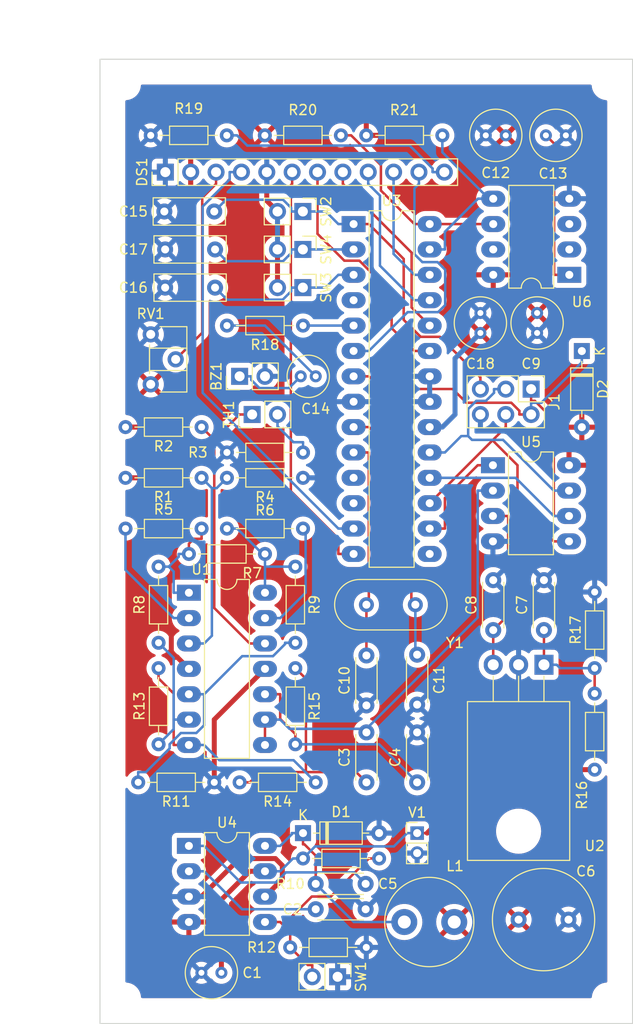
<source format=kicad_pcb>
(kicad_pcb (version 20211014) (generator pcbnew)
  (layers (0 "F.Cu" signal) (31 "B.Cu" signal) (34 "B.Paste" user) (35 "F.Paste" user) (36 "B.SilkS" user "B.Silkscreen") (37 "F.SilkS" user "F.Silkscreen") (38 "B.Mask" user) (39 "F.Mask" user) (44 "Edge.Cuts" user))
  (net 0 "")
  (net 1 "Net-(BZ1-Pad1)")
  (net 2 "GND")
  (net 3 "V_KÄYTTÖ")
  (net 4 "Net-(C2-Pad1)")
  (net 5 "Net-(C3-Pad1)")
  (net 6 "VAHVISTIN_LÄHTÖ")
  (net 7 "Net-(C4-Pad1)")
  (net 8 "Net-(C5-Pad1)")
  (net 9 "Net-(C5-Pad2)")
  (net 10 "VCC")
  (net 11 "Net-(C7-Pad1)")
  (net 12 "Net-(C8-Pad1)")
  (net 13 "XTAL_2")
  (net 14 "XTAL_1")
  (net 15 "Net-(C13-Pad2)")
  (net 16 "Net-(C14-Pad1)")
  (net 17 "RESET")
  (net 18 "SW_2")
  (net 19 "SW_1")
  (net 20 "Net-(DS1-Pad3)")
  (net 21 "LCD_RS")
  (net 22 "LCD_CL")
  (net 23 "Net-(DS1-Pad12)")
  (net 27 "LCD_D4")
  (net 28 "LCD_D5")
  (net 29 "Net-(R1-Pad1)")
  (net 30 "Net-(R2-Pad1)")
  (net 31 "Net-(R3-Pad2)")
  (net 32 "Net-(R5-Pad1)")
  (net 33 "Net-(R5-Pad2)")
  (net 34 "Net-(R6-Pad1)")
  (net 35 "Net-(R6-Pad2)")
  (net 36 "Net-(R13-Pad1)")
  (net 37 "Net-(R11-Pad2)")
  (net 38 "Net-(R10-Pad2)")
  (net 39 "Net-(R13-Pad2)")
  (net 40 "BUZZER")
  (net 42 "SPI_SS")
  (net 43 "SPI_MOSI")
  (net 44 "SPI_MISO")
  (net 45 "SPI_SCK")
  (net 47 "LCD_AN")
  (net 50 "LCD_D6")
  (net 51 "LCD_D7")
  (net 52 "I2C_SDA")
  (net 53 "I2C_SCL")
  (net 54 "ISP_VCC")
  (footprint "Connector_PinHeader_2.54mm:PinHeader_1x02_P2.54mm_Vertical" (layer "F.Cu") (at 138.1 142.64 -90)
    (fp_text reference "SW1")
    (fp_text value "SW_SPST")
  )
  (footprint "Capacitor_THT:C_Disc_D4.3mm_W1.9mm_P5.00mm" (layer "F.Cu") (at 153.685 107.94 90)
    (fp_text reference "C8")
    (fp_text value "10n" hide)
  )
  (footprint "Resistor_THT:R_Axial_DIN0204_L3.6mm_D1.6mm_P7.62mm_Horizontal" (layer "F.Cu") (at 163.845 121.91 90)
    (fp_text reference "R16")
    (fp_text value "5M" hide)
  )
  (footprint "Package_TO_SOT_THT:TO-220-3_Horizontal_TabDown" (layer "F.Cu") (at 158.765 111.41 180)
    (fp_text reference "U2")
    (fp_text value "uA7805" hide)
  )
  (footprint "Connector_PinHeader_2.54mm:PinHeader_2x03_P2.54mm_Vertical" (layer "F.Cu") (at 157.48 83.82 -90)
    (fp_text reference "J1")
    (fp_text value "AVR-ISP" hide)
  )
  (footprint "Resistor_THT:R_Axial_DIN0204_L3.6mm_D1.6mm_P7.62mm_Horizontal" (layer "F.Cu") (at 130.81 58.42)
    (fp_text reference "R20")
    (fp_text value "4.7K" hide)
  )
  (footprint "MountingHole:MountingHole_2.1mm" (layer "F.Cu") (at 116.84 53.34)
    (fp_text reference "H2" hide)
    (fp_text value "MountingHole_2.1mm" hide)
  )
  (footprint "Capacitor_THT:C_Rect_L7.0mm_W2.5mm_P5.00mm" (layer "F.Cu") (at 120.825 73.66)
    (fp_text reference "C16")
    (fp_text value "22n" hide)
  )
  (footprint "Resistor_THT:R_Axial_DIN0204_L3.6mm_D1.6mm_P7.62mm_Horizontal" (layer "F.Cu") (at 148.59 58.42 180)
    (fp_text reference "R21")
    (fp_text value "4.7K" hide)
  )
  (footprint "Resistor_THT:R_Axial_DIN0204_L3.6mm_D1.6mm_P7.62mm_Horizontal" (layer "F.Cu") (at 135.905 123.18 180)
    (fp_text reference "R14")
    (fp_text value "1M" hide)
  )
  (footprint "Resistor_THT:R_Axial_DIN0204_L3.6mm_D1.6mm_P7.62mm_Horizontal" (layer "F.Cu") (at 127.015 90.16)
    (fp_text reference "R3")
    (fp_text value "1.2k" hide)
  )
  (footprint "Capacitor_THT:C_Disc_D4.3mm_W1.9mm_P5.00mm" (layer "F.Cu") (at 158.765 107.94 90)
    (fp_text reference "C7")
    (fp_text value "10n" hide)
  )
  (footprint "Resistor_THT:R_Axial_DIN0204_L3.6mm_D1.6mm_P7.62mm_Horizontal" (layer "F.Cu") (at 119.38 58.42)
    (fp_text reference "R19")
    (fp_text value "220" hide)
  )
  (footprint "Capacitor_THT:C_Disc_D4.3mm_W1.9mm_P5.00mm" (layer "F.Cu") (at 140.985 115.48 90)
    (fp_text reference "C10")
    (fp_text value "22pF" hide)
  )
  (footprint "Capacitor_THT:C_Radial_D5.0mm_H7.0mm_P2.00mm" (layer "F.Cu") (at 124.46 142.24)
    (fp_text reference "C1")
    (fp_text value "47u" hide)
  )
  (footprint "Resistor_THT:R_Axial_DIN0204_L3.6mm_D1.6mm_P7.62mm_Horizontal" (layer "F.Cu") (at 133.865 111.75 -90)
    (fp_text reference "R15")
    (fp_text value "1M" hide)
  )
  (footprint "Resistor_THT:R_Axial_DIN0204_L3.6mm_D1.6mm_P7.62mm_Horizontal" (layer "F.Cu") (at 116.855 97.78)
    (fp_text reference "R5")
    (fp_text value "5.6k" hide)
  )
  (footprint "Connector_PinHeader_2.54mm:PinHeader_1x02_P2.54mm_Vertical" (layer "F.Cu") (at 134.62 69.84 -90)
    (fp_text reference "SW4")
    (fp_text value "SW_Push" hide)
  )
  (footprint "Resistor_THT:R_Axial_DIN0204_L3.6mm_D1.6mm_P7.62mm_Horizontal" (layer "F.Cu") (at 133.865 101.59 -90)
    (fp_text reference "R9")
    (fp_text value "8.2k" hide)
  )
  (footprint "Connector_PinHeader_2.54mm:PinHeader_1x02_P2.54mm_Vertical" (layer "F.Cu") (at 134.62 66.04 -90)
    (fp_text reference "SW2")
    (fp_text value "SW_Push" hide)
  )
  (footprint "Connector_PinHeader_2.54mm:PinHeader_1x02_P2.54mm_Vertical" (layer "F.Cu") (at 128.285 82.54 90)
    (fp_text reference "BZ1")
    (fp_text value "Buzzer" hide)
  )
  (footprint "Package_DIP:DIP-8_W7.62mm_LongPads" (layer "F.Cu") (at 123.205 129.54)
    (fp_text reference "U4")
    (fp_text value "MAX5033B" hide)
  )
  (footprint "Package_DIP:DIP-8_W7.62mm_LongPads" (layer "F.Cu") (at 161.305 72.38 180)
    (fp_text reference "U6")
    (fp_text value "47C16" hide)
  )
  (footprint "Capacitor_THT:C_Disc_D4.3mm_W1.9mm_P5.00mm" (layer "F.Cu") (at 135.905 133.34)
    (fp_text reference "C5")
    (fp_text value "100n" hide)
  )
  (footprint "MountingHole:MountingHole_2.1mm" (layer "F.Cu") (at 165.115 144.78)
    (fp_text reference "H4" hide)
    (fp_text value "MountingHole_2.1mm" hide)
  )
  (footprint "Connector_PinHeader_2.00mm:PinHeader_1x02_P2.00mm_Vertical" (layer "F.Cu") (at 146.065 128.26)
    (fp_text reference "V1")
    (fp_text value "12V" hide)
  )
  (footprint "Capacitor_THT:C_Radial_D10.0mm_H16.0mm_P5.00mm" (layer "F.Cu") (at 156.225 136.92)
    (fp_text reference "C6")
    (fp_text value "1m" hide)
  )
  (footprint "Resistor_THT:R_Axial_DIN0204_L3.6mm_D1.6mm_P7.62mm_Horizontal" (layer "F.Cu") (at 130.825 100.32 180)
    (fp_text reference "R7")
    (fp_text value "680" hide)
  )
  (footprint "Resistor_THT:R_Axial_DIN0204_L3.6mm_D1.6mm_P7.62mm_Horizontal" (layer "F.Cu") (at 124.475 87.62 180)
    (fp_text reference "R2")
    (fp_text value "3.3k" hide)
  )
  (footprint "Inductor_THT:L_Radial_D8.7mm_P5.00mm_Fastron_07HCP" (layer "F.Cu") (at 144.78 137.16)
    (fp_text reference "L1")
    (fp_text value "220u" hide)
  )
  (footprint "Capacitor_THT:C_Disc_D4.3mm_W1.9mm_P5.00mm" (layer "F.Cu") (at 146.065 110.4 -90)
    (fp_text reference "C11")
    (fp_text value "22pF" hide)
  )
  (footprint "MountingHole:MountingHole_2.1mm" (layer "F.Cu") (at 165.1 53.34)
    (fp_text reference "H1" hide)
    (fp_text value "MountingHole_2.1mm" hide)
  )
  (footprint "Capacitor_THT:C_Radial_D5.0mm_H7.0mm_P2.00mm" (layer "F.Cu") (at 154.94 58.42 180)
    (fp_text reference "C12")
    (fp_text value "22u" hide)
  )
  (footprint "MountingHole:MountingHole_2.1mm" (layer "F.Cu") (at 116.855 144.78)
    (fp_text reference "H3" hide)
    (fp_text value "MountingHole_2.1mm" hide)
  )
  (footprint "Resistor_THT:R_Axial_DIN0204_L3.6mm_D1.6mm_P7.62mm_Horizontal" (layer "F.Cu") (at 133.35 139.7)
    (fp_text reference "R12")
    (fp_text value "1k" hide)
  )
  (footprint "Resistor_THT:R_Axial_DIN0204_L3.6mm_D1.6mm_P7.62mm_Horizontal" (layer "F.Cu") (at 134.635 130.8)
    (fp_text reference "R10")
    (fp_text value "1k" hide)
  )
  (footprint "Connector_PinHeader_2.54mm:PinHeader_1x02_P2.54mm_Vertical" (layer "F.Cu") (at 134.62 73.66 -90)
    (fp_text reference "SW3")
    (fp_text value "SW_Push" hide)
  )
  (footprint "Capacitor_THT:C_Radial_D5.0mm_H7.0mm_P2.00mm" (layer "F.Cu") (at 152.4 76.2 -90)
    (fp_text reference "C18")
    (fp_text value "22u" hide)
  )
  (footprint "Resistor_THT:R_Axial_DIN0204_L3.6mm_D1.6mm_P7.62mm_Horizontal" (layer "F.Cu") (at 127.015 92.7)
    (fp_text reference "R4")
    (fp_text value "150k" hide)
  )
  (footprint "Crystal:Crystal_HC18-U_Vertical" (layer "F.Cu") (at 140.985 105.4)
    (fp_text reference "Y1")
    (fp_text value "16MHz" hide)
  )
  (footprint "Connector_PinHeader_2.54mm:PinHeader_1x02_P2.54mm_Vertical" (layer "F.Cu") (at 129.54 86.36 90)
    (fp_text reference "TH1")
    (fp_text value "PT100" hide)
  )
  (footprint "Resistor_THT:R_Axial_DIN0204_L3.6mm_D1.6mm_P7.62mm_Horizontal" (layer "F.Cu") (at 134.635 97.78 180)
    (fp_text reference "R6")
    (fp_text value "5.6k" hide)
  )
  (footprint "Resistor_THT:R_Axial_DIN0204_L3.6mm_D1.6mm_P7.62mm_Horizontal" (layer "F.Cu") (at 125.745 123.18 180)
    (fp_text reference "R11")
    (fp_text value "33k" hide)
  )
  (footprint "Resistor_THT:R_Axial_DIN0204_L3.6mm_D1.6mm_P7.62mm_Horizontal" (layer "F.Cu") (at 120.165 109.21 90)
    (fp_text reference "R8")
    (fp_text value "8.2k" hide)
  )
  (footprint "Capacitor_THT:C_Radial_D5.0mm_H7.0mm_P2.00mm" (layer "F.Cu") (at 158.08 76.2 -90)
    (fp_text reference "C9")
    (fp_text value "22u" hide)
  )
  (footprint "Package_DIP:DIP-8_W7.62mm_LongPads" (layer "F.Cu") (at 153.655 91.44)
    (fp_text reference "U5")
    (fp_text value "MCP3202" hide)
  )
  (footprint "Resistor_THT:R_Axial_DIN0204_L3.6mm_D1.6mm_P7.62mm_Horizontal" (layer "F.Cu") (at 124.475 92.7 180)
    (fp_text reference "R1")
    (fp_text value "390k" hide)
  )
  (footprint "Package_DIP:DIP-28_W7.62mm_LongPads" (layer "F.Cu") (at 139.7 67.3)
    (fp_text reference "U3")
    (fp_text value "ATmega328P" hide)
  )
  (footprint "Capacitor_THT:C_Radial_D4.0mm_H5.0mm_P1.50mm" (layer "F.Cu") (at 135.905 82.54 180)
    (fp_text reference "C14")
    (fp_text value "1u" hide)
  )
  (footprint "Capacitor_THT:C_Radial_D5.0mm_H7.0mm_P2.00mm" (layer "F.Cu") (at 160.96 58.42 180)
    (fp_text reference "C13")
    (fp_text value "22u" hide)
  )
  (footprint "Capacitor_THT:C_Rect_L7.0mm_W2.5mm_P5.00mm" (layer "F.Cu") (at 120.825 69.84)
    (fp_text reference "C17")
    (fp_text value "22n" hide)
  )
  (footprint "Potentiometer_THT:Potentiometer_ACP_CA6-H2,5_Horizontal" (layer "F.Cu") (at 119.38 78.34)
    (fp_text reference "RV1")
    (fp_text value "10k")
  )
  (footprint "Package_DIP:DIP-14_W7.62mm_LongPads" (layer "F.Cu") (at 123.205 104.2)
    (fp_text reference "U1")
    (fp_text value "LM324" hide)
  )
  (footprint "Resistor_THT:R_Axial_DIN0204_L3.6mm_D1.6mm_P7.62mm_Horizontal" (layer "F.Cu") (at 120.165 119.37 90)
    (fp_text reference "R13")
    (fp_text value "33k")
  )
  (footprint "Connector_PinHeader_2.54mm:PinHeader_1x12_P2.54mm_Vertical" (layer "F.Cu") (at 120.845 62.1 90)
    (fp_text reference "DS1")
    (fp_text value "MC21605H6W" hide)
  )
  (footprint "Capacitor_THT:C_Rect_L7.0mm_W2.5mm_P5.00mm" (layer "F.Cu") (at 120.745 66.04)
    (fp_text reference "C15")
    (fp_text value "22n" hide)
  )
  (footprint "Capacitor_THT:C_Disc_D4.3mm_W1.9mm_P5.00mm" (layer "F.Cu") (at 146.065 123.18 90)
    (fp_text reference "C4")
    (fp_text value "10n" hide)
  )
  (footprint "Diode_THT:D_DO-35_SOD27_P7.62mm_Horizontal" (layer "F.Cu") (at 162.56 80.01 -90)
    (fp_text reference "D2")
    (fp_text value "1N4148" hide)
  )
  (footprint "Capacitor_THT:C_Disc_D4.3mm_W1.9mm_P5.00mm" (layer "F.Cu") (at 135.905 135.88)
    (fp_text reference "C2")
    (fp_text value "100n" hide)
  )
  (footprint "Diode_THT:D_DO-35_SOD27_P7.62mm_Horizontal" (layer "F.Cu") (at 134.635 128.26)
    (fp_text reference "D1")
    (fp_text value "1N4148" hide)
  )
  (footprint "Resistor_THT:R_Axial_DIN0204_L3.6mm_D1.6mm_P7.62mm_Horizontal" (layer "F.Cu") (at 163.845 111.75 90)
    (fp_text reference "R17")
    (fp_text value "1M" hide)
  )
  (footprint "Resistor_THT:R_Axial_DIN0204_L3.6mm_D1.6mm_P7.62mm_Horizontal" (layer "F.Cu") (at 134.635 77.46 180)
    (fp_text reference "R18")
    (fp_text value "100")
  )
  (footprint "Capacitor_THT:C_Disc_D4.3mm_W1.9mm_P5.00mm" (layer "F.Cu") (at 140.985 123.18 90)
    (fp_text reference "C3")
    (fp_text value "20n" hide)
  )
  (gr_rect (start 114.3 50.8) (end 167.64 147.32) (layer "Edge.Cuts") (width 0.1) (fill none))
  (segment (start 128.285 82.54) (end 129.4603 82.54) (width 0.25) (layer "B.Cu") (net 1))
  (segment (start 130.2682 83.7153) (end 129.4603 82.9074) (width 0.25) (layer "B.Cu") (net 1))
  (segment (start 133.2297 83.7153) (end 130.2682 83.7153) (width 0.25) (layer "B.Cu") (net 1))
  (segment (start 129.4603 82.9074) (end 129.4603 82.54) (width 0.25) (layer "B.Cu") (net 1))
  (segment (start 134.405 82.54) (end 133.2297 83.7153) (width 0.25) (layer "B.Cu") (net 1))
  (segment (start 125.745 116.9) (end 125.745 123.18) (width 0.5) (layer "F.Cu") (net 2))
  (segment (start 131.871247 130.809418) (end 128.270582 130.809418) (width 0.5) (layer "F.Cu") (net 2))
  (segment (start 131.005 62.1) (end 131.005 64.965) (width 0.5) (layer "F.Cu") (net 2))
  (segment (start 130.825 134.62) (end 132.561838 132.883162) (width 0.5) (layer "F.Cu") (net 2))
  (segment (start 128.270582 130.809418) (end 124.46 134.62) (width 0.5) (layer "F.Cu") (net 2))
  (segment (start 132.561838 131.500009) (end 131.871247 130.809418) (width 0.5) (layer "F.Cu") (net 2))
  (segment (start 132.08 69.84) (end 132.08 73.66) (width 0.5) (layer "F.Cu") (net 2))
  (segment (start 130.825 111.82) (end 125.745 116.9) (width 0.5) (layer "F.Cu") (net 2))
  (segment (start 131.005 64.965) (end 132.08 66.04) (width 0.5) (layer "F.Cu") (net 2))
  (segment (start 132.561838 132.883162) (end 132.561838 131.500009) (width 0.5) (layer "F.Cu") (net 2))
  (segment (start 124.46 134.62) (end 123.205 134.62) (width 0.25) (layer "F.Cu") (net 2))
  (segment (start 132.08 66.04) (end 132.08 69.84) (width 0.5) (layer "B.Cu") (net 2))
  (segment (start 126.46 142.24) (end 126.46 134.9197) (width 0.5) (layer "F.Cu") (net 3))
  (segment (start 146.065 128.26) (end 147.0653 128.26) (width 0.25) (layer "F.Cu") (net 3))
  (segment (start 126.46 134.9197) (end 129.2997 132.08) (width 0.5) (layer "F.Cu") (net 3))
  (segment (start 147.0653 128.26) (end 153.4153 121.91) (width 0.5) (layer "F.Cu") (net 3))
  (segment (start 153.4153 121.91) (end 163.845 121.91) (width 0.5) (layer "F.Cu") (net 3))
  (segment (start 130.825 132.08) (end 129.2997 132.08) (width 0.5) (layer "F.Cu") (net 3))
  (segment (start 143.7351 129.5896) (end 145.0647 128.26) (width 0.25) (layer "B.Cu") (net 3))
  (segment (start 132.3503 132.08) (end 133.6303 130.8) (width 0.25) (layer "B.Cu") (net 3))
  (segment (start 135.8454 129.5896) (end 143.7351 129.5896) (width 0.25) (layer "B.Cu") (net 3))
  (segment (start 133.6303 130.8) (end 134.635 130.8) (width 0.25) (layer "B.Cu") (net 3))
  (segment (start 134.635 130.8) (end 135.8454 129.5896) (width 0.25) (layer "B.Cu") (net 3))
  (segment (start 130.825 132.08) (end 132.3503 132.08) (width 0.25) (layer "B.Cu") (net 3))
  (segment (start 146.065 128.26) (end 145.0647 128.26) (width 0.25) (layer "B.Cu") (net 3))
  (segment (start 135.905 135.88) (end 128.5303 135.88) (width 0.25) (layer "B.Cu") (net 4))
  (segment (start 128.5303 135.88) (end 124.7303 132.08) (width 0.25) (layer "B.Cu") (net 4))
  (segment (start 123.205 132.08) (end 124.7303 132.08) (width 0.25) (layer "B.Cu") (net 4))
  (segment (start 139.9597 122.1547) (end 134.9273 122.1547) (width 0.25) (layer "F.Cu") (net 5))
  (segment (start 128.285 123.18) (end 129.3103 123.18) (width 0.25) (layer "F.Cu") (net 5))
  (segment (start 133.865 111.75) (end 134.9273 112.8123) (width 0.25) (layer "F.Cu") (net 5))
  (segment (start 140.985 123.18) (end 139.9597 122.1547) (width 0.25) (layer "F.Cu") (net 5))
  (segment (start 130.3356 122.1547) (end 129.3103 123.18) (width 0.25) (layer "F.Cu") (net 5))
  (segment (start 134.9273 112.8123) (end 134.9273 122.1547) (width 0.25) (layer "F.Cu") (net 5))
  (segment (start 134.9273 122.1547) (end 130.3356 122.1547) (width 0.25) (layer "F.Cu") (net 5))
  (segment (start 130.825 116.9) (end 130.825 119.44) (width 0.25) (layer "F.Cu") (net 6))
  (segment (start 152.1297 93.98) (end 152.1297 106.6785) (width 0.25) (layer "B.Cu") (net 6))
  (segment (start 140.985 118.18) (end 140.985 117.8232) (width 0.25) (layer "B.Cu") (net 6))
  (segment (start 133.2735 117.8232) (end 132.3503 116.9) (width 0.25) (layer "B.Cu") (net 6))
  (segment (start 130.825 116.9) (end 132.3503 116.9) (width 0.25) (layer "B.Cu") (net 6))
  (segment (start 140.985 117.8232) (end 133.2735 117.8232) (width 0.25) (layer "B.Cu") (net 6))
  (segment (start 153.655 93.98) (end 152.1297 93.98) (width 0.25) (layer "B.Cu") (net 6))
  (segment (start 152.1297 106.6785) (end 140.985 117.8232) (width 0.25) (layer "B.Cu") (net 6))
  (segment (start 130.825 114.36) (end 132.3503 114.36) (width 0.25) (layer "F.Cu") (net 7))
  (segment (start 132.3503 116.83) (end 133.865 118.3447) (width 0.25) (layer "F.Cu") (net 7))
  (segment (start 132.3503 114.36) (end 132.3503 116.83) (width 0.25) (layer "F.Cu") (net 7))
  (segment (start 133.865 119.37) (end 133.865 118.3447) (width 0.25) (layer "F.Cu") (net 7))
  (segment (start 146.065 123.18) (end 142.255 119.37) (width 0.25) (layer "B.Cu") (net 7))
  (segment (start 142.255 119.37) (end 133.865 119.37) (width 0.25) (layer "B.Cu") (net 7))
  (segment (start 135.905 133.34) (end 135.905 130.5146) (width 0.25) (layer "F.Cu") (net 8))
  (segment (start 134.635 128.26) (end 134.635 129.3853) (width 0.25) (layer "F.Cu") (net 8))
  (segment (start 134.7757 129.3853) (end 134.635 129.3853) (width 0.25) (layer "F.Cu") (net 8))
  (segment (start 135.905 130.5146) (end 134.7757 129.3853) (width 0.25) (layer "F.Cu") (net 8))
  (segment (start 130.825 129.54) (end 132.3503 129.54) (width 0.25) (layer "B.Cu") (net 8))
  (segment (start 133.5097 128.3806) (end 132.3503 129.54) (width 0.25) (layer "B.Cu") (net 8))
  (segment (start 139.725 137.16) (end 135.905 133.34) (width 0.25) (layer "B.Cu") (net 8))
  (segment (start 134.635 128.26) (end 133.5097 128.26) (width 0.25) (layer "B.Cu") (net 8))
  (segment (start 133.5097 128.26) (end 133.5097 128.3806) (width 0.25) (layer "B.Cu") (net 8))
  (segment (start 144.78 137.16) (end 139.725 137.16) (width 0.25) (layer "B.Cu") (net 8))
  (segment (start 131.8999 133.2053) (end 128.3956 133.2053) (width 0.25) (layer "B.Cu") (net 9))
  (segment (start 123.205 129.54) (end 124.7303 129.54) (width 0.25) (layer "B.Cu") (net 9))
  (segment (start 132.9128 132.1924) (end 131.8999 133.2053) (width 0.25) (layer "B.Cu") (net 9))
  (segment (start 140.905 133.34) (end 139.7574 132.1924) (width 0.25) (layer "B.Cu") (net 9))
  (segment (start 139.7574 132.1924) (end 132.9128 132.1924) (width 0.25) (layer "B.Cu") (net 9))
  (segment (start 128.3956 133.2053) (end 124.7303 129.54) (width 0.25) (layer "B.Cu") (net 9))
  (segment (start 118.569499 92.693609) (end 118.563108 92.7) (width 0.25) (layer "F.Cu") (net 10))
  (segment (start 118.259232 104.719011) (end 118.259232 98.816681) (width 0.25) (layer "F.Cu") (net 10))
  (segment (start 119.406393 97.66952) (end 119.406393 93.530503) (width 0.25) (layer "F.Cu") (net 10))
  (segment (start 123.205 111.82) (end 122.038555 110.653555) (width 0.5) (layer "F.Cu") (net 10))
  (segment (start 122.038555 110.653555) (end 121.444047 110.653555) (width 0.5) (layer "F.Cu") (net 10))
  (segment (start 121.444047 110.653555) (end 121.444047 107.903826) (width 0.5) (layer "F.Cu") (net 10))
  (segment (start 121.444047 107.903826) (end 118.259232 104.719011) (width 0.25) (layer "F.Cu") (net 10))
  (segment (start 118.259232 98.816681) (end 119.406393 97.66952) (width 0.25) (layer "F.Cu") (net 10))
  (segment (start 119.406393 93.530503) (end 118.569499 92.693609) (width 0.25) (layer "F.Cu") (net 10))
  (segment (start 118.563108 92.7) (end 116.855 92.7) (width 0.25) (layer "F.Cu") (net 10))
  (segment (start 152.4 78.2) (end 149.86 80.74) (width 0.5) (layer "B.Cu") (net 10))
  (segment (start 148.6 87.62) (end 147.32 87.62) (width 0.25) (layer "B.Cu") (net 10))
  (segment (start 149.86 86.36) (end 148.6 87.62) (width 0.5) (layer "B.Cu") (net 10))
  (segment (start 149.86 80.74) (end 149.86 86.36) (width 0.5) (layer "B.Cu") (net 10))
  (segment (start 158.765 107.94) (end 158.765 111.41) (width 0.25) (layer "F.Cu") (net 11))
  (segment (start 163.845 111.75) (end 163.845 114.29) (width 0.25) (layer "F.Cu") (net 11))
  (segment (start 160.3828 111.75) (end 160.0428 111.41) (width 0.25) (layer "B.Cu") (net 11))
  (segment (start 163.845 111.75) (end 160.3828 111.75) (width 0.25) (layer "B.Cu") (net 11))
  (segment (start 158.765 111.41) (end 160.0428 111.41) (width 0.25) (layer "B.Cu") (net 11))
  (segment (start 155.1803 96.52) (end 155.1803 106.4447) (width 0.25) (layer "F.Cu") (net 12))
  (segment (start 153.685 111.41) (end 153.685 107.94) (width 0.25) (layer "F.Cu") (net 12))
  (segment (start 155.1803 106.4447) (end 153.685 107.94) (width 0.25) (layer "F.Cu") (net 12))
  (segment (start 153.655 96.52) (end 155.1803 96.52) (width 0.25) (layer "F.Cu") (net 12))
  (segment (start 139.7 90.16) (end 141.2253 90.16) (width 0.25) (layer "F.Cu") (net 13))
  (segment (start 140.985 105.4) (end 140.985 110.48) (width 0.25) (layer "F.Cu") (net 13))
  (segment (start 141.2253 105.1597) (end 140.985 105.4) (width 0.25) (layer "F.Cu") (net 13))
  (segment (start 141.2253 90.16) (end 141.2253 105.1597) (width 0.25) (layer "F.Cu") (net 13))
  (segment (start 145.4849 91.8796) (end 145.4849 104.9999) (width 0.25) (layer "F.Cu") (net 14))
  (segment (start 145.4849 104.9999) (end 145.885 105.4) (width 0.25) (layer "F.Cu") (net 14))
  (segment (start 139.7 87.62) (end 141.2253 87.62) (width 0.25) (layer "F.Cu") (net 14))
  (segment (start 141.2253 87.62) (end 145.4849 91.8796) (width 0.25) (layer "F.Cu") (net 14))
  (segment (start 146.065 110.4) (end 145.885 110.22) (width 0.25) (layer "B.Cu") (net 14))
  (segment (start 145.885 110.22) (end 145.885 105.4) (width 0.25) (layer "B.Cu") (net 14))
  (segment (start 161.305 72.38) (end 159.7797 72.38) (width 0.25) (layer "F.Cu") (net 15))
  (segment (start 159.7797 59.2397) (end 158.96 58.42) (width 0.25) (layer "F.Cu") (net 15))
  (segment (start 159.7797 72.38) (end 159.7797 59.2397) (width 0.25) (layer "F.Cu") (net 15))
  (segment (start 127.015 77.46) (end 130.825 77.46) (width 0.25) (layer "B.Cu") (net 16))
  (segment (start 130.825 77.46) (end 135.905 82.54) (width 0.25) (layer "B.Cu") (net 16))
  (segment (start 141.2253 67.3) (end 144.7182 70.7929) (width 0.25) (layer "F.Cu") (net 17))
  (segment (start 139.7 67.3) (end 141.2253 67.3) (width 0.25) (layer "F.Cu") (net 17))
  (segment (start 146.415 78.5854) (end 148.3407 78.5854) (width 0.25) (layer "F.Cu") (net 17))
  (segment (start 144.7182 76.8886) (end 146.415 78.5854) (width 0.25) (layer "F.Cu") (net 17))
  (segment (start 152.4 83.82) (end 152.4 82.6447) (width 0.25) (layer "F.Cu") (net 17))
  (segment (start 148.3407 78.5854) (end 152.4 82.6447) (width 0.25) (layer "F.Cu") (net 17))
  (segment (start 144.7182 70.7929) (end 144.7182 76.8886) (width 0.25) (layer "F.Cu") (net 17))
  (segment (start 132.6368 64.8647) (end 133.4447 65.6726) (width 0.25) (layer "B.Cu") (net 17))
  (segment (start 139.6376 67.3) (end 138.1747 67.3) (width 0.25) (layer "B.Cu") (net 17))
  (segment (start 134.62 66.04) (end 136.9147 66.04) (width 0.25) (layer "B.Cu") (net 17))
  (segment (start 134.62 66.04) (end 133.4447 66.04) (width 0.25) (layer "B.Cu") (net 17))
  (segment (start 139.6376 67.3) (end 139.7 67.3) (width 0.25) (layer "B.Cu") (net 17))
  (segment (start 125.745 66.04) (end 126.9203 64.8647) (width 0.25) (layer "B.Cu") (net 17))
  (segment (start 136.9147 66.04) (end 138.1747 67.3) (width 0.25) (layer "B.Cu") (net 17))
  (segment (start 126.9203 64.8647) (end 132.6368 64.8647) (width 0.25) (layer "B.Cu") (net 17))
  (segment (start 133.4447 65.6726) (end 133.4447 66.04) (width 0.25) (layer "B.Cu") (net 17))
  (segment (start 139.7 72.38) (end 138.1747 72.38) (width 0.25) (layer "B.Cu") (net 18))
  (segment (start 127.0342 74.8692) (end 125.825 73.66) (width 0.25) (layer "B.Cu") (net 18))
  (segment (start 132.6028 74.8692) (end 127.0342 74.8692) (width 0.25) (layer "B.Cu") (net 18))
  (segment (start 136.8947 73.66) (end 134.62 73.66) (width 0.25) (layer "B.Cu") (net 18))
  (segment (start 133.4447 74.0273) (end 132.6028 74.8692) (width 0.25) (layer "B.Cu") (net 18))
  (segment (start 134.62 73.66) (end 133.4447 73.66) (width 0.25) (layer "B.Cu") (net 18))
  (segment (start 133.4447 73.66) (end 133.4447 74.0273) (width 0.25) (layer "B.Cu") (net 18))
  (segment (start 138.1747 72.38) (end 136.8947 73.66) (width 0.25) (layer "B.Cu") (net 18))
  (segment (start 133.4447 70.2074) (end 133.4447 69.84) (width 0.25) (layer "B.Cu") (net 19))
  (segment (start 134.62 69.84) (end 133.4447 69.84) (width 0.25) (layer "B.Cu") (net 19))
  (segment (start 127.0003 71.0153) (end 132.6368 71.0153) (width 0.25) (layer "B.Cu") (net 19))
  (segment (start 125.825 69.84) (end 127.0003 71.0153) (width 0.25) (layer "B.Cu") (net 19))
  (segment (start 134.62 69.84) (end 139.7 69.84) (width 0.25) (layer "B.Cu") (net 19))
  (segment (start 132.6368 71.0153) (end 133.4447 70.2074) (width 0.25) (layer "B.Cu") (net 19))
  (segment (start 125.925 62.1) (end 125.925 63.2753) (width 0.25) (layer "F.Cu") (net 20))
  (segment (start 124.5404 64.6599) (end 124.5404 78.1796) (width 0.25) (layer "F.Cu") (net 20))
  (segment (start 125.925 63.2753) (end 124.5404 64.6599) (width 0.25) (layer "F.Cu") (net 20))
  (segment (start 124.5404 78.1796) (end 121.88 80.84) (width 0.25) (layer "F.Cu") (net 20))
  (segment (start 124.585 84.1903) (end 138.1747 97.78) (width 0.25) (layer "B.Cu") (net 21))
  (segment (start 127.2897 62.831) (end 124.585 65.5357) (width 0.25) (layer "B.Cu") (net 21))
  (segment (start 128.465 62.1) (end 127.2897 62.1) (width 0.25) (layer "B.Cu") (net 21))
  (segment (start 127.2897 62.1) (end 127.2897 62.831) (width 0.25) (layer "B.Cu") (net 21))
  (segment (start 139.7 97.78) (end 138.1747 97.78) (width 0.25) (layer "B.Cu") (net 21))
  (segment (start 124.585 65.5357) (end 124.585 84.1903) (width 0.25) (layer "B.Cu") (net 21))
  (segment (start 133.4149 94.0349) (end 138.1747 98.7947) (width 0.25) (layer "F.Cu") (net 22))
  (segment (start 139.7 100.32) (end 138.1747 100.32) (width 0.25) (layer "F.Cu") (net 22))
  (segment (start 133.4149 63.4054) (end 133.4149 94.0349) (width 0.25) (layer "F.Cu") (net 22))
  (segment (start 133.545 63.2753) (end 133.4149 63.4054) (width 0.25) (layer "F.Cu") (net 22))
  (segment (start 133.545 62.1) (end 133.545 63.2753) (width 0.25) (layer "F.Cu") (net 22))
  (segment (start 138.1747 98.7947) (end 138.1747 100.32) (width 0.25) (layer "F.Cu") (net 22))
  (segment (start 147.6097 61.7327) (end 145.3223 59.4453) (width 0.25) (layer "B.Cu") (net 23))
  (segment (start 148.785 62.1) (end 147.6097 62.1) (width 0.25) (layer "B.Cu") (net 23))
  (segment (start 147.6097 62.1) (end 147.6097 61.7327) (width 0.25) (layer "B.Cu") (net 23))
  (segment (start 145.3223 59.4453) (end 129.0506 59.4453) (width 0.25) (layer "B.Cu") (net 23))
  (segment (start 129.0506 59.4453) (end 128.0253 58.42) (width 0.25) (layer "B.Cu") (net 23))
  (segment (start 127 58.42) (end 128.0253 58.42) (width 0.25) (layer "B.Cu") (net 23))
  (segment (start 140.2792 70.9654) (end 143.51 74.1962) (width 0.25) (layer "F.Cu") (net 27))
  (segment (start 138.7729 70.9654) (end 140.2792 70.9654) (width 0.25) (layer "F.Cu") (net 27))
  (segment (start 136.085 68.2775) (end 138.7729 70.9654) (width 0.25) (layer "F.Cu") (net 27))
  (segment (start 136.085 62.1) (end 136.085 68.2775) (width 0.25) (layer "F.Cu") (net 27))
  (segment (start 147.32 80) (end 145.7947 80) (width 0.25) (layer "F.Cu") (net 27))
  (segment (start 143.51 74.1962) (end 143.51 77.7153) (width 0.25) (layer "F.Cu") (net 27))
  (segment (start 143.51 77.7153) (end 145.7947 80) (width 0.25) (layer "F.Cu") (net 27))
  (segment (start 138.625 63.2753) (end 145.5108 70.1611) (width 0.25) (layer "F.Cu") (net 28))
  (segment (start 138.625 62.1) (end 138.625 63.2753) (width 0.25) (layer "F.Cu") (net 28))
  (segment (start 145.5108 70.1611) (end 145.5108 75.6508) (width 0.25) (layer "F.Cu") (net 28))
  (segment (start 145.5108 75.6508) (end 147.32 77.46) (width 0.25) (layer "F.Cu") (net 28))
  (segment (start 125.9831 93.7319) (end 127.015 92.7) (width 0.25) (layer "B.Cu") (net 29))
  (segment (start 124.7303 109.28) (end 125.5069 108.5034) (width 0.25) (layer "B.Cu") (net 29))
  (segment (start 125.5069 93.7319) (end 124.475 92.7) (width 0.25) (layer "B.Cu") (net 29))
  (segment (start 123.205 109.28) (end 124.7303 109.28) (width 0.25) (layer "B.Cu") (net 29))
  (segment (start 125.5069 108.5034) (end 125.5069 93.7319) (width 0.25) (layer "B.Cu") (net 29))
  (segment (start 125.5069 93.7319) (end 125.9831 93.7319) (width 0.25) (layer "B.Cu") (net 29))
  (segment (start 129.2997 109.28) (end 125.745 105.7253) (width 0.25) (layer "F.Cu") (net 30))
  (segment (start 128.275 86.36) (end 125.745 88.89) (width 0.25) (layer "F.Cu") (net 30))
  (segment (start 125.745 105.7253) (end 125.745 88.89) (width 0.25) (layer "F.Cu") (net 30))
  (segment (start 125.745 88.89) (end 124.475 87.62) (width 0.25) (layer "F.Cu") (net 30))
  (segment (start 129.54 86.36) (end 128.275 86.36) (width 0.25) (layer "F.Cu") (net 30))
  (segment (start 130.825 109.28) (end 129.2997 109.28) (width 0.25) (layer "F.Cu") (net 30))
  (segment (start 132.08 86.36) (end 132.08 87.5353) (width 0.25) (layer "B.Cu") (net 31))
  (segment (start 134.635 90.16) (end 134.635 89.1347) (width 0.25) (layer "B.Cu") (net 31))
  (segment (start 133.6794 89.1347) (end 134.635 89.1347) (width 0.25) (layer "B.Cu") (net 31))
  (segment (start 132.08 87.5353) (end 133.6794 89.1347) (width 0.25) (layer "B.Cu") (net 31))
  (segment (start 123.205 106.74) (end 121.6797 106.74) (width 0.25) (layer "B.Cu") (net 32))
  (segment (start 121.6797 106.74) (end 116.855 101.9153) (width 0.25) (layer "B.Cu") (net 32))
  (segment (start 116.855 101.9153) (end 116.855 97.78) (width 0.25) (layer "B.Cu") (net 32))
  (segment (start 123.6944 98.8053) (end 124.475 98.8053) (width 0.25) (layer "F.Cu") (net 33))
  (segment (start 123.205 100.32) (end 123.205 99.2947) (width 0.25) (layer "F.Cu") (net 33))
  (segment (start 124.475 97.78) (end 124.475 98.8053) (width 0.25) (layer "F.Cu") (net 33))
  (segment (start 123.205 99.2947) (end 123.6944 98.8053) (width 0.25) (layer "F.Cu") (net 33))
  (segment (start 122.1797 100.6006) (end 122.1797 100.32) (width 0.25) (layer "B.Cu") (net 33))
  (segment (start 123.205 104.2) (end 121.6797 104.2) (width 0.25) (layer "B.Cu") (net 33))
  (segment (start 120.165 101.59) (end 121.1903 101.59) (width 0.25) (layer "B.Cu") (net 33))
  (segment (start 121.6797 104.2) (end 121.6797 102.0794) (width 0.25) (layer "B.Cu") (net 33))
  (segment (start 123.205 100.32) (end 122.1797 100.32) (width 0.25) (layer "B.Cu") (net 33))
  (segment (start 121.6797 102.0794) (end 121.1903 101.59) (width 0.25) (layer "B.Cu") (net 33))
  (segment (start 121.1903 101.59) (end 122.1797 100.6006) (width 0.25) (layer "B.Cu") (net 33))
  (segment (start 134.8968 98.0418) (end 134.635 97.78) (width 0.25) (layer "B.Cu") (net 34))
  (segment (start 132.3503 106.74) (end 134.8968 104.1935) (width 0.25) (layer "B.Cu") (net 34))
  (segment (start 134.8968 104.1935) (end 134.8968 98.0418) (width 0.25) (layer "B.Cu") (net 34))
  (segment (start 130.825 106.74) (end 132.3503 106.74) (width 0.25) (layer "B.Cu") (net 34))
  (segment (start 130.825 101.59) (end 130.825 100.32) (width 0.25) (layer "B.Cu") (net 35))
  (segment (start 130.825 104.2) (end 130.825 101.59) (width 0.25) (layer "B.Cu") (net 35))
  (segment (start 130.825 101.59) (end 133.865 101.59) (width 0.25) (layer "B.Cu") (net 35))
  (segment (start 127.015 97.78) (end 128.0403 97.78) (width 0.25) (layer "B.Cu") (net 35))
  (segment (start 130.5803 100.32) (end 128.0403 97.78) (width 0.25) (layer "B.Cu") (net 35))
  (segment (start 130.825 100.32) (end 130.5803 100.32) (width 0.25) (layer "B.Cu") (net 35))
  (segment (start 120.165 119.37) (end 121.6797 117.8553) (width 0.25) (layer "B.Cu") (net 36))
  (segment (start 123.205 116.9) (end 121.7923 116.9) (width 0.25) (layer "B.Cu") (net 36))
  (segment (start 121.6797 117.8553) (end 121.6797 116.9) (width 0.25) (layer "B.Cu") (net 36))
  (segment (start 121.6797 110.7247) (end 120.165 109.21) (width 0.25) (layer "B.Cu") (net 36))
  (segment (start 121.7923 116.9) (end 121.6797 116.9) (width 0.25) (layer "B.Cu") (net 36))
  (segment (start 121.6797 116.9) (end 121.6797 110.7247) (width 0.25) (layer "B.Cu") (net 36))
  (segment (start 124.7303 117.4619) (end 124.7303 114.36) (width 0.25) (layer "B.Cu") (net 37))
  (segment (start 118.902 122.1547) (end 121.2757 119.781) (width 0.25) (layer "B.Cu") (net 37))
  (segment (start 133.865 109.21) (end 132.8397 109.21) (width 0.25) (layer "B.Cu") (net 37))
  (segment (start 122.3991 118.2439) (end 123.9483 118.2439) (width 0.25) (layer "B.Cu") (net 37))
  (segment (start 121.2757 119.3673) (end 122.3991 118.2439) (width 0.25) (layer "B.Cu") (net 37))
  (segment (start 132.8397 109.3382) (end 132.8397 109.21) (width 0.25) (layer "B.Cu") (net 37))
  (segment (start 124.7303 114.36) (end 128.5403 110.55) (width 0.25) (layer "B.Cu") (net 37))
  (segment (start 118.125 122.1547) (end 118.902 122.1547) (width 0.25) (layer "B.Cu") (net 37))
  (segment (start 118.125 123.18) (end 118.125 122.1547) (width 0.25) (layer "B.Cu") (net 37))
  (segment (start 128.5403 110.55) (end 131.6279 110.55) (width 0.25) (layer "B.Cu") (net 37))
  (segment (start 131.6279 110.55) (end 132.8397 109.3382) (width 0.25) (layer "B.Cu") (net 37))
  (segment (start 123.205 114.36) (end 124.7303 114.36) (width 0.25) (layer "B.Cu") (net 37))
  (segment (start 123.9483 118.2439) (end 124.7303 117.4619) (width 0.25) (layer "B.Cu") (net 37))
  (segment (start 121.2757 119.781) (end 121.2757 119.3673) (width 0.25) (layer "B.Cu") (net 37))
  (segment (start 135.56 142.64) (end 135.56 141.4647) (width 0.25) (layer "F.Cu") (net 38))
  (segment (start 133.35 139.7) (end 133.35 138.1597) (width 0.25) (layer "F.Cu") (net 38))
  (segment (start 130.825 137.16) (end 132.3503 137.16) (width 0.25) (layer "F.Cu") (net 38))
  (segment (start 141.2297 130.8) (end 137.4197 134.61) (width 0.25) (layer "F.Cu") (net 38))
  (segment (start 135.1147 141.4647) (end 135.56 141.4647) (width 0.25) (layer "F.Cu") (net 38))
  (segment (start 135.5125 134.61) (end 132.6564 137.4661) (width 0.25) (layer "F.Cu") (net 38))
  (segment (start 133.35 138.1597) (end 132.6564 137.4661) (width 0.25) (layer "F.Cu") (net 38))
  (segment (start 132.6564 137.4661) (end 132.3503 137.16) (width 0.25) (layer "F.Cu") (net 38))
  (segment (start 133.35 139.7) (end 135.1147 141.4647) (width 0.25) (layer "F.Cu") (net 38))
  (segment (start 142.255 130.8) (end 141.2297 130.8) (width 0.25) (layer "F.Cu") (net 38))
  (segment (start 137.4197 134.61) (end 135.5125 134.61) (width 0.25) (layer "F.Cu") (net 38))
  (segment (start 120.165 112.7753) (end 121.6797 114.29) (width 0.25) (layer "F.Cu") (net 39))
  (segment (start 123.205 119.44) (end 121.6797 119.44) (width 0.25) (layer "F.Cu") (net 39))
  (segment (start 120.165 111.75) (end 120.165 112.7753) (width 0.25) (layer "F.Cu") (net 39))
  (segment (start 121.6797 114.29) (end 121.6797 119.44) (width 0.25) (layer "F.Cu") (net 39))
  (segment (start 126.2556 120.9653) (end 133.6903 120.9653) (width 0.25) (layer "B.Cu") (net 39))
  (segment (start 124.7303 119.44) (end 126.2556 120.9653) (width 0.25) (layer "B.Cu") (net 39))
  (segment (start 133.6903 120.9653) (end 135.905 123.18) (width 0.25) (layer "B.Cu") (net 39))
  (segment (start 123.205 119.44) (end 124.7303 119.44) (width 0.25) (layer "B.Cu") (net 39))
  (segment (start 134.635 77.46) (end 139.7 77.46) (width 0.25) (layer "B.Cu") (net 40))
  (segment (start 148.8453 94.7244) (end 152.1297 91.44) (width 0.25) (layer "F.Cu") (net 42))
  (segment (start 147.32 97.78) (end 148.8453 97.78) (width 0.25) (layer "F.Cu") (net 42))
  (segment (start 148.8453 97.78) (end 148.8453 94.7244) (width 0.25) (layer "F.Cu") (net 42))
  (segment (start 153.655 91.44) (end 152.1297 91.44) (width 0.25) (layer "F.Cu") (net 42))
  (segment (start 154.94 86.36) (end 154.94 87.5353) (width 0.25) (layer "F.Cu") (net 43))
  (segment (start 156.1153 95.4256) (end 156.1153 91.4386) (width 0.25) (layer "F.Cu") (net 43))
  (segment (start 159.7497 99.06) (end 156.1153 95.4256) (width 0.25) (layer "F.Cu") (net 43))
  (segment (start 154.94 87.62) (end 154.94 87.5353) (width 0.25) (layer "F.Cu") (net 43))
  (segment (start 147.32 95.24) (end 153.6184 88.9416) (width 0.25) (layer "F.Cu") (net 43))
  (segment (start 153.6184 88.9416) (end 154.94 87.62) (width 0.25) (layer "F.Cu") (net 43))
  (segment (start 161.275 99.06) (end 159.7497 99.06) (width 0.25) (layer "F.Cu") (net 43))
  (segment (start 156.1153 91.4386) (end 153.6184 88.9416) (width 0.25) (layer "F.Cu") (net 43))
  (segment (start 157.48 83.82) (end 157.48 84.9953) (width 0.25) (layer "F.Cu") (net 44))
  (segment (start 157.8473 84.9953) (end 157.48 84.9953) (width 0.25) (layer "F.Cu") (net 44))
  (segment (start 159.7497 86.8977) (end 157.8473 84.9953) (width 0.25) (layer "F.Cu") (net 44))
  (segment (start 159.7497 96.52) (end 159.7497 86.8977) (width 0.25) (layer "F.Cu") (net 44))
  (segment (start 161.275 96.52) (end 159.7497 96.52) (width 0.25) (layer "F.Cu") (net 44))
  (segment (start 155.9297 92.7) (end 159.7497 96.52) (width 0.25) (layer "B.Cu") (net 44))
  (segment (start 147.32 92.7) (end 155.9297 92.7) (width 0.25) (layer "B.Cu") (net 44))
  (segment (start 161.275 96.52) (end 159.7497 96.52) (width 0.25) (layer "B.Cu") (net 44))
  (segment (start 161.275 93.98) (end 159.7497 93.98) (width 0.25) (layer "B.Cu") (net 45))
  (segment (start 151.1751 88.5201) (end 150.4852 88.5201) (width 0.25) (layer "B.Cu") (net 45))
  (segment (start 159.7497 93.98) (end 154.6697 88.9) (width 0.25) (layer "B.Cu") (net 45))
  (segment (start 154.6697 88.9) (end 151.555 88.9) (width 0.25) (layer "B.Cu") (net 45))
  (segment (start 150.4852 88.5201) (end 148.8453 90.16) (width 0.25) (layer "B.Cu") (net 45))
  (segment (start 153.7647 83.82) (end 154.94 83.82) (width 0.25) (layer "B.Cu") (net 45))
  (segment (start 151.9891 84.9953) (end 152.9568 84.9953) (width 0.25) (layer "B.Cu") (net 45))
  (segment (start 151.555 88.9) (end 151.1751 88.5201) (width 0.25) (layer "B.Cu") (net 45))
  (segment (start 153.7647 84.1874) (end 153.7647 83.82) (width 0.25) (layer "B.Cu") (net 45))
  (segment (start 151.1751 85.8093) (end 151.9891 84.9953) (width 0.25) (layer "B.Cu") (net 45))
  (segment (start 151.1751 88.5201) (end 151.1751 85.8093) (width 0.25) (layer "B.Cu") (net 45))
  (segment (start 152.9568 84.9953) (end 153.7647 84.1874) (width 0.25) (layer "B.Cu") (net 45))
  (segment (start 147.32 90.16) (end 148.8453 90.16) (width 0.25) (layer "B.Cu") (net 45))
  (segment (start 146.245 62.1) (end 146.245 63.2753) (width 0.25) (layer "B.Cu") (net 47))
  (segment (start 139.7 80) (end 141.2253 80) (width 0.25) (layer "B.Cu") (net 47))
  (segment (start 145.1092 76.1161) (end 141.2253 80) (width 0.25) (layer "B.Cu") (net 47))
  (segment (start 148.873 75.4072) (end 148.1641 76.1161) (width 0.25) (layer "B.Cu") (net 47))
  (segment (start 146.245 63.2753) (end 145.7946 63.7257) (width 0.25) (layer "B.Cu") (net 47))
  (segment (start 145.7946 70.3135) (end 146.5911 71.11) (width 0.25) (layer "B.Cu") (net 47))
  (segment (start 146.5911 71.11) (end 148.1133 71.11) (width 0.25) (layer "B.Cu") (net 47))
  (segment (start 148.1133 71.11) (end 148.873 71.8697) (width 0.25) (layer "B.Cu") (net 47))
  (segment (start 148.1641 76.1161) (end 145.1092 76.1161) (width 0.25) (layer "B.Cu") (net 47))
  (segment (start 148.873 71.8697) (end 148.873 75.4072) (width 0.25) (layer "B.Cu") (net 47))
  (segment (start 145.7946 63.7257) (end 145.7946 70.3135) (width 0.25) (layer "B.Cu") (net 47))
  (segment (start 142.3403 71.4656) (end 145.7947 74.92) (width 0.25) (layer "B.Cu") (net 50))
  (segment (start 141.165 63.2753) (end 142.3403 64.4506) (width 0.25) (layer "B.Cu") (net 50))
  (segment (start 147.32 74.92) (end 145.7947 74.92) (width 0.25) (layer "B.Cu") (net 50))
  (segment (start 141.165 62.1) (end 141.165 63.2753) (width 0.25) (layer "B.Cu") (net 50))
  (segment (start 142.3403 64.4506) (end 142.3403 71.4656) (width 0.25) (layer "B.Cu") (net 50))
  (segment (start 145.7947 72.38) (end 143.705 70.2903) (width 0.25) (layer "B.Cu") (net 51))
  (segment (start 147.32 72.38) (end 145.7947 72.38) (width 0.25) (layer "B.Cu") (net 51))
  (segment (start 143.705 70.2903) (end 143.705 62.1) (width 0.25) (layer "B.Cu") (net 51))
  (segment (start 148.59 60.1131) (end 148.59 58.42) (width 0.25) (layer "B.Cu") (net 52))
  (segment (start 153.685 64.76) (end 153.2369 64.76) (width 0.25) (layer "B.Cu") (net 52))
  (segment (start 153.2369 64.76) (end 152.1597 64.76) (width 0.25) (layer "B.Cu") (net 52))
  (segment (start 147.32 69.84) (end 148.8453 69.84) (width 0.25) (layer "B.Cu") (net 52))
  (segment (start 153.2369 64.76) (end 148.59 60.1131) (width 0.25) (layer "B.Cu") (net 52))
  (segment (start 148.8453 69.84) (end 148.8453 68.0744) (width 0.25) (layer "B.Cu") (net 52))
  (segment (start 148.8453 68.0744) (end 152.1597 64.76) (width 0.25) (layer "B.Cu") (net 52))
  (segment (start 147.32 67.3) (end 145.7947 67.3) (width 0.25) (layer "F.Cu") (net 53))
  (segment (start 142.435 61.3997) (end 139.4553 58.42) (width 0.25) (layer "F.Cu") (net 53))
  (segment (start 153.685 67.3) (end 147.32 67.3) (width 0.25) (layer "F.Cu") (net 53))
  (segment (start 138.43 58.42) (end 139.4553 58.42) (width 0.25) (layer "F.Cu") (net 53))
  (segment (start 142.435 63.9403) (end 142.435 61.3997) (width 0.25) (layer "F.Cu") (net 53))
  (segment (start 145.7947 67.3) (end 142.435 63.9403) (width 0.25) (layer "F.Cu") (net 53))
  (segment (start 157.48 86.36) (end 156.3047 86.36) (width 0.25) (layer "F.Cu") (net 54))
  (segment (start 139.7 82.54) (end 141.2253 82.54) (width 0.25) (layer "F.Cu") (net 54))
  (segment (start 155.4968 85.1847) (end 151.0015 85.1847) (width 0.25) (layer "F.Cu") (net 54))
  (segment (start 156.3047 85.9926) (end 155.4968 85.1847) (width 0.25) (layer "F.Cu") (net 54))
  (segment (start 156.3047 86.36) (end 156.3047 85.9926) (width 0.25) (layer "F.Cu") (net 54))
  (segment (start 149.6268 83.81) (end 142.4953 83.81) (width 0.25) (layer "F.Cu") (net 54))
  (segment (start 151.0015 85.1847) (end 149.6268 83.81) (width 0.25) (layer "F.Cu") (net 54))
  (segment (start 142.4953 83.81) (end 141.2253 82.54) (width 0.25) (layer "F.Cu") (net 54))
  (segment (start 157.48 86.36) (end 157.48 85.1847) (width 0.25) (layer "B.Cu") (net 54))
  (segment (start 162.56 80.01) (end 162.56 81.1353) (width 0.25) (layer "B.Cu") (net 54))
  (segment (start 158.5106 85.1847) (end 157.48 85.1847) (width 0.25) (layer "B.Cu") (net 54))
  (segment (start 162.56 81.1353) (end 158.5106 85.1847) (width 0.25) (layer "B.Cu") (net 54))
  (zone (net 10) (net_name "VCC") (layer "F.Cu") (connect_pads (clearance 0.508)) (min_thickness 0.254) (fill yes (thermal_gap 0.508) (thermal_bridge_width 0.508))
    (polygon (pts (xy 165.115 144.78) (xy 116.855 144.78) (xy 116.84 53.34) (xy 165.1 53.34)))
  )
  (zone (net 0) (net_name "") (layer "F.Cu") (connect_pads (clearance 0)) (min_thickness 0.254)
    (keepout (tracks allowed) (vias allowed) (pads allowed) (copperpour not_allowed) (footprints allowed))
    (fill (thermal_gap 0.508) (thermal_bridge_width 0.508))
    (polygon (pts (xy 143.525 83.8) (xy 147.124538 83.757868) (xy 153.598968 85.249918) (xy 154.504855 87.567923) (xy 148.936313 93.083179) (xy 145.872282 91.830923) (xy 140.250452 86.289024) (xy 140.090589 82.825337)))
  )
  (zone (net 0) (net_name "") (layer "F.Cu") (connect_pads (clearance 0)) (min_thickness 0.254)
    (keepout (tracks allowed) (vias allowed) (pads allowed) (copperpour not_allowed) (footprints allowed))
    (fill (thermal_gap 0.508) (thermal_bridge_width 0.508))
    (polygon (pts (xy 130.80611 110.478332) (xy 126.355539 117.921529) (xy 123.324547 116.923987) (xy 123.205 104.2) (xy 124.782492 104.071044)))
  )
  (zone (net 0) (net_name "") (layer "B.Cu") (connect_pads (clearance 0)) (min_thickness 0.254)
    (keepout (tracks allowed) (vias allowed) (pads allowed) (copperpour not_allowed) (footprints allowed))
    (fill (thermal_gap 0.508) (thermal_bridge_width 0.508))
    (polygon (pts (xy 128.057727 133.403449) (xy 128.790122 133.583336) (xy 131.886738 133.583336) (xy 132.51634 133.082224) (xy 133.210188 132.645357) (xy 134.803467 132.671055) (xy 134.739222 133.249261) (xy 135.201787 134.225787) (xy 135.664352 134.662654) (xy 134.559336 135.536388) (xy 128.777273 135.497841) (xy 124.370056 131.514642) (xy 124.010284 130.61521) (xy 124.935414 130.191192)))
  )
  (zone (net 0) (net_name "") (layer "B.Cu") (connect_pads (clearance 0)) (min_thickness 0.254)
    (keepout (tracks allowed) (vias allowed) (pads allowed) (copperpour not_allowed) (footprints allowed))
    (fill (thermal_gap 0.508) (thermal_bridge_width 0.508))
    (polygon (pts (xy 132.484997 111.127827) (xy 132.222877 112.345915) (xy 131.482773 113.086019) (xy 131.313165 120.564154) (xy 126.502489 120.517897) (xy 124.575135 118.883501) (xy 124.328434 117.865858) (xy 125.546521 113.286464) (xy 128.830733 110.711519) (xy 130.634737 110.480236)))
  )
  (zone (net 0) (net_name "") (layer "B.Cu") (connect_pads (clearance 0)) (min_thickness 0.254)
    (keepout (tracks allowed) (vias allowed) (pads allowed) (copperpour not_allowed) (footprints allowed))
    (fill (thermal_gap 0.508) (thermal_bridge_width 0.508))
    (polygon (pts (xy 132.793941 64.93566) (xy 137.091044 66.316872) (xy 139.239596 67.045845) (xy 139.354697 72.071921) (xy 133.906583 74.335574) (xy 130.338453 75.02618) (xy 125.887882 74.105372) (xy 124.89034 71.95682) (xy 125.120542 65.818101) (xy 128.727039 64.55199)))
  )
  (zone (net 2) (net_name "GND") (layer "B.Cu") (connect_pads (clearance 0.508)) (min_thickness 0.254) (fill yes (thermal_gap 0.508) (thermal_bridge_width 0.508))
    (polygon (pts (xy 165.1 144.78) (xy 116.84 144.78) (xy 116.84 53.34) (xy 165.1 53.34)))
  )
)
</source>
